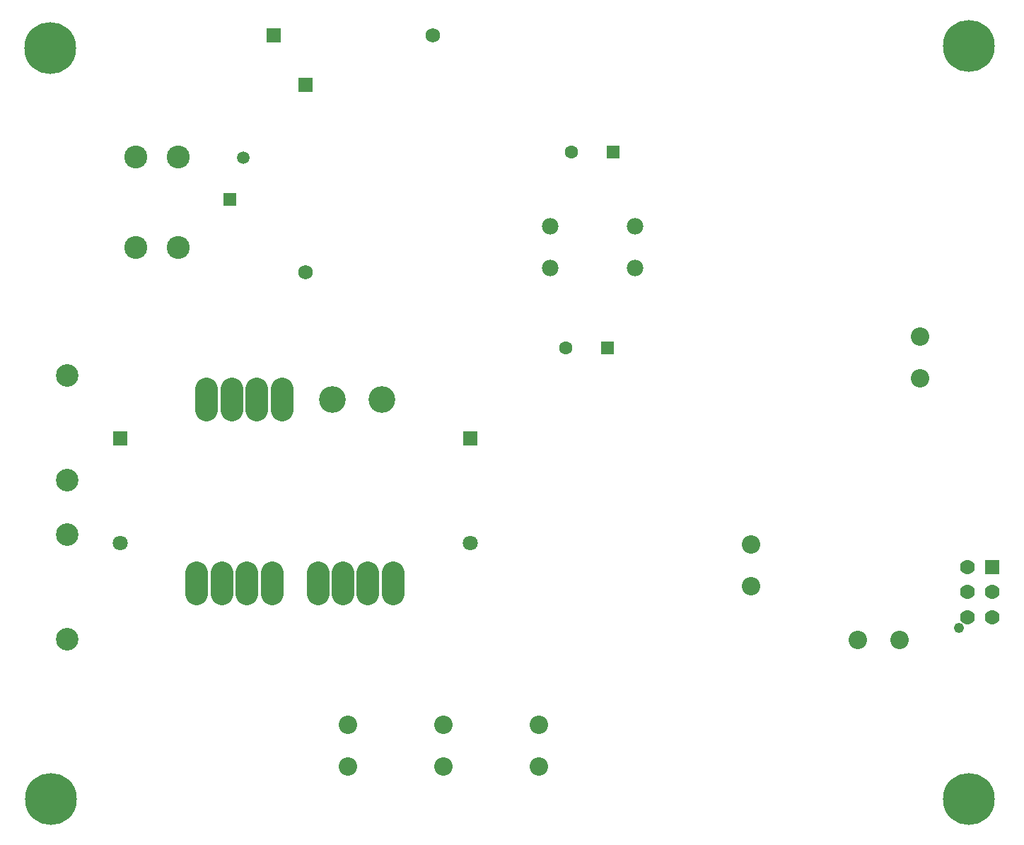
<source format=gbr>
G04 EAGLE Gerber RS-274X export*
G75*
%MOMM*%
%FSLAX34Y34*%
%LPD*%
%INSoldermask Bottom*%
%IPPOS*%
%AMOC8*
5,1,8,0,0,1.08239X$1,22.5*%
G01*
%ADD10R,1.753200X1.753200*%
%ADD11C,1.753200*%
%ADD12R,1.603200X1.603200*%
%ADD13C,1.603200*%
%ADD14C,2.203200*%
%ADD15C,1.965200*%
%ADD16C,6.203200*%
%ADD17C,2.703200*%
%ADD18C,3.203200*%
%ADD19C,2.743200*%
%ADD20C,1.223200*%
%ADD21R,1.773200X1.773200*%
%ADD22C,1.773200*%
%ADD23R,1.503200X1.503200*%
%ADD24C,1.503200*%
%ADD25R,1.703200X1.703200*%
%ADD26C,1.803200*%
%ADD27C,2.703200*%


D10*
X355600Y906250D03*
D11*
X355600Y681250D03*
D12*
X723500Y825500D03*
D13*
X673500Y825500D03*
D12*
X717150Y590550D03*
D13*
X667150Y590550D03*
D14*
X406400Y89300D03*
X406400Y139300D03*
X520700Y89300D03*
X520700Y139300D03*
X635000Y89300D03*
X635000Y139300D03*
X1016400Y241300D03*
X1066400Y241300D03*
X889000Y305200D03*
X889000Y355200D03*
D15*
X648450Y736200D03*
X648200Y686200D03*
X750050Y736200D03*
X749800Y686200D03*
D16*
X50800Y50800D03*
X50000Y950000D03*
X1149350Y952500D03*
X1149350Y50800D03*
D10*
X317200Y965200D03*
D11*
X508300Y965200D03*
D17*
X225400Y321600D02*
X225400Y296600D01*
X255400Y296600D02*
X255400Y321600D01*
X285400Y321600D02*
X285400Y296600D01*
X370400Y296600D02*
X370400Y321600D01*
X315400Y321600D02*
X315400Y296600D01*
X400400Y296600D02*
X400400Y321600D01*
X460400Y321600D02*
X460400Y296600D01*
X267400Y516600D02*
X267400Y541600D01*
X297400Y541600D02*
X297400Y516600D01*
X327400Y516600D02*
X327400Y541600D01*
X237400Y541600D02*
X237400Y516600D01*
D18*
X387400Y529100D03*
D17*
X430400Y321600D02*
X430400Y296600D01*
D18*
X447400Y529100D03*
D19*
X203200Y819150D03*
X152400Y819150D03*
X203200Y711200D03*
X152400Y711200D03*
D20*
X1137900Y255650D03*
D21*
X1177700Y328450D03*
D22*
X1177700Y298450D03*
X1177700Y268450D03*
X1147700Y328450D03*
X1147700Y298450D03*
X1147700Y268450D03*
D23*
X265050Y768750D03*
D24*
X281050Y818750D03*
D25*
X133350Y482600D03*
D26*
X133350Y357600D03*
D25*
X552450Y482600D03*
D26*
X552450Y357600D03*
D27*
X69850Y557800D03*
X69850Y432800D03*
X69850Y367300D03*
X69850Y242300D03*
D14*
X1090930Y554120D03*
X1090930Y604120D03*
M02*

</source>
